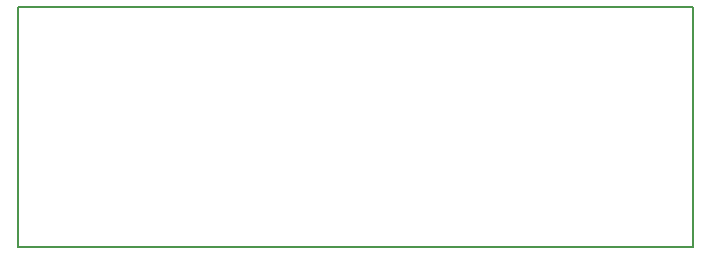
<source format=gbr>
G04 #@! TF.GenerationSoftware,KiCad,Pcbnew,5.0.2-bee76a0~70~ubuntu18.04.1*
G04 #@! TF.CreationDate,2019-01-15T20:31:34+13:00*
G04 #@! TF.ProjectId,pynano-1,70796e61-6e6f-42d3-912e-6b696361645f,rev?*
G04 #@! TF.SameCoordinates,Original*
G04 #@! TF.FileFunction,Profile,NP*
%FSLAX46Y46*%
G04 Gerber Fmt 4.6, Leading zero omitted, Abs format (unit mm)*
G04 Created by KiCad (PCBNEW 5.0.2-bee76a0~70~ubuntu18.04.1) date Tue 15 Jan 2019 08:31:34 PM NZDT*
%MOMM*%
%LPD*%
G01*
G04 APERTURE LIST*
%ADD10C,0.200000*%
G04 APERTURE END LIST*
D10*
X192405000Y-50800000D02*
X135255000Y-50800000D01*
X192405000Y-71120000D02*
X192405000Y-50800000D01*
X135255000Y-71120000D02*
X192405000Y-71120000D01*
X135255000Y-50800000D02*
X135255000Y-71120000D01*
M02*

</source>
